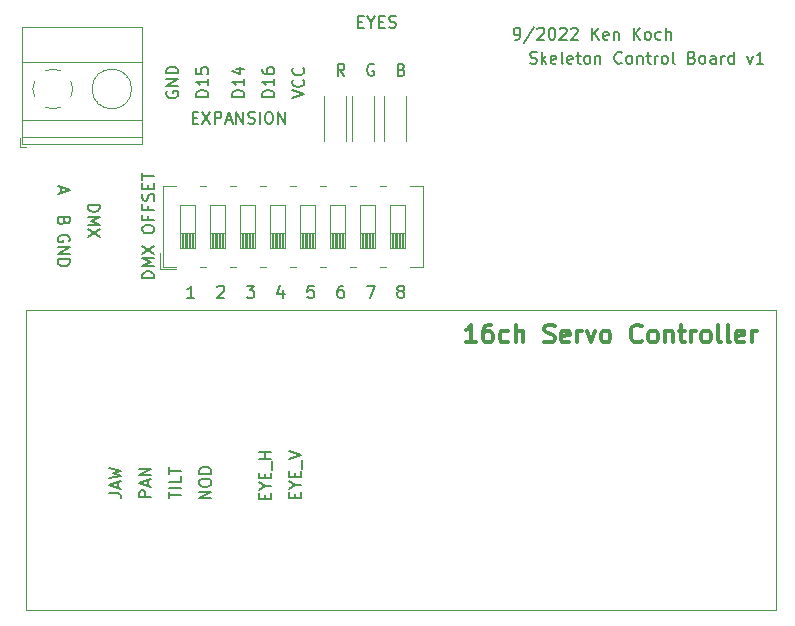
<source format=gbr>
%TF.GenerationSoftware,KiCad,Pcbnew,6.0.2+dfsg-1*%
%TF.CreationDate,2022-09-06T17:18:22-04:00*%
%TF.ProjectId,main-skulls,6d61696e-2d73-46b7-956c-6c732e6b6963,rev?*%
%TF.SameCoordinates,Original*%
%TF.FileFunction,Legend,Top*%
%TF.FilePolarity,Positive*%
%FSLAX46Y46*%
G04 Gerber Fmt 4.6, Leading zero omitted, Abs format (unit mm)*
G04 Created by KiCad (PCBNEW 6.0.2+dfsg-1) date 2022-09-06 17:18:22*
%MOMM*%
%LPD*%
G01*
G04 APERTURE LIST*
%ADD10C,0.150000*%
%ADD11C,0.300000*%
%ADD12C,0.120000*%
G04 APERTURE END LIST*
D10*
X119324380Y-96328952D02*
X118324380Y-96328952D01*
X118324380Y-96090857D01*
X118372000Y-95948000D01*
X118467238Y-95852761D01*
X118562476Y-95805142D01*
X118752952Y-95757523D01*
X118895809Y-95757523D01*
X119086285Y-95805142D01*
X119181523Y-95852761D01*
X119276761Y-95948000D01*
X119324380Y-96090857D01*
X119324380Y-96328952D01*
X119324380Y-95328952D02*
X118324380Y-95328952D01*
X119038666Y-94995619D01*
X118324380Y-94662285D01*
X119324380Y-94662285D01*
X118324380Y-94281333D02*
X119324380Y-93614666D01*
X118324380Y-93614666D02*
X119324380Y-94281333D01*
X118324380Y-92281333D02*
X118324380Y-92090857D01*
X118372000Y-91995619D01*
X118467238Y-91900380D01*
X118657714Y-91852761D01*
X118991047Y-91852761D01*
X119181523Y-91900380D01*
X119276761Y-91995619D01*
X119324380Y-92090857D01*
X119324380Y-92281333D01*
X119276761Y-92376571D01*
X119181523Y-92471809D01*
X118991047Y-92519428D01*
X118657714Y-92519428D01*
X118467238Y-92471809D01*
X118372000Y-92376571D01*
X118324380Y-92281333D01*
X118800571Y-91090857D02*
X118800571Y-91424190D01*
X119324380Y-91424190D02*
X118324380Y-91424190D01*
X118324380Y-90948000D01*
X118800571Y-90233714D02*
X118800571Y-90567047D01*
X119324380Y-90567047D02*
X118324380Y-90567047D01*
X118324380Y-90090857D01*
X119276761Y-89757523D02*
X119324380Y-89614666D01*
X119324380Y-89376571D01*
X119276761Y-89281333D01*
X119229142Y-89233714D01*
X119133904Y-89186095D01*
X119038666Y-89186095D01*
X118943428Y-89233714D01*
X118895809Y-89281333D01*
X118848190Y-89376571D01*
X118800571Y-89567047D01*
X118752952Y-89662285D01*
X118705333Y-89709904D01*
X118610095Y-89757523D01*
X118514857Y-89757523D01*
X118419619Y-89709904D01*
X118372000Y-89662285D01*
X118324380Y-89567047D01*
X118324380Y-89328952D01*
X118372000Y-89186095D01*
X118800571Y-88757523D02*
X118800571Y-88424190D01*
X119324380Y-88281333D02*
X119324380Y-88757523D01*
X118324380Y-88757523D01*
X118324380Y-88281333D01*
X118324380Y-87995619D02*
X118324380Y-87424190D01*
X119324380Y-87709904D02*
X118324380Y-87709904D01*
X149868761Y-76144380D02*
X150059238Y-76144380D01*
X150154476Y-76096761D01*
X150202095Y-76049142D01*
X150297333Y-75906285D01*
X150344952Y-75715809D01*
X150344952Y-75334857D01*
X150297333Y-75239619D01*
X150249714Y-75192000D01*
X150154476Y-75144380D01*
X149964000Y-75144380D01*
X149868761Y-75192000D01*
X149821142Y-75239619D01*
X149773523Y-75334857D01*
X149773523Y-75572952D01*
X149821142Y-75668190D01*
X149868761Y-75715809D01*
X149964000Y-75763428D01*
X150154476Y-75763428D01*
X150249714Y-75715809D01*
X150297333Y-75668190D01*
X150344952Y-75572952D01*
X151487809Y-75096761D02*
X150630666Y-76382476D01*
X151773523Y-75239619D02*
X151821142Y-75192000D01*
X151916380Y-75144380D01*
X152154476Y-75144380D01*
X152249714Y-75192000D01*
X152297333Y-75239619D01*
X152344952Y-75334857D01*
X152344952Y-75430095D01*
X152297333Y-75572952D01*
X151725904Y-76144380D01*
X152344952Y-76144380D01*
X152964000Y-75144380D02*
X153059238Y-75144380D01*
X153154476Y-75192000D01*
X153202095Y-75239619D01*
X153249714Y-75334857D01*
X153297333Y-75525333D01*
X153297333Y-75763428D01*
X153249714Y-75953904D01*
X153202095Y-76049142D01*
X153154476Y-76096761D01*
X153059238Y-76144380D01*
X152964000Y-76144380D01*
X152868761Y-76096761D01*
X152821142Y-76049142D01*
X152773523Y-75953904D01*
X152725904Y-75763428D01*
X152725904Y-75525333D01*
X152773523Y-75334857D01*
X152821142Y-75239619D01*
X152868761Y-75192000D01*
X152964000Y-75144380D01*
X153678285Y-75239619D02*
X153725904Y-75192000D01*
X153821142Y-75144380D01*
X154059238Y-75144380D01*
X154154476Y-75192000D01*
X154202095Y-75239619D01*
X154249714Y-75334857D01*
X154249714Y-75430095D01*
X154202095Y-75572952D01*
X153630666Y-76144380D01*
X154249714Y-76144380D01*
X154630666Y-75239619D02*
X154678285Y-75192000D01*
X154773523Y-75144380D01*
X155011619Y-75144380D01*
X155106857Y-75192000D01*
X155154476Y-75239619D01*
X155202095Y-75334857D01*
X155202095Y-75430095D01*
X155154476Y-75572952D01*
X154583047Y-76144380D01*
X155202095Y-76144380D01*
X156392571Y-76144380D02*
X156392571Y-75144380D01*
X156964000Y-76144380D02*
X156535428Y-75572952D01*
X156964000Y-75144380D02*
X156392571Y-75715809D01*
X157773523Y-76096761D02*
X157678285Y-76144380D01*
X157487809Y-76144380D01*
X157392571Y-76096761D01*
X157344952Y-76001523D01*
X157344952Y-75620571D01*
X157392571Y-75525333D01*
X157487809Y-75477714D01*
X157678285Y-75477714D01*
X157773523Y-75525333D01*
X157821142Y-75620571D01*
X157821142Y-75715809D01*
X157344952Y-75811047D01*
X158249714Y-75477714D02*
X158249714Y-76144380D01*
X158249714Y-75572952D02*
X158297333Y-75525333D01*
X158392571Y-75477714D01*
X158535428Y-75477714D01*
X158630666Y-75525333D01*
X158678285Y-75620571D01*
X158678285Y-76144380D01*
X159916380Y-76144380D02*
X159916380Y-75144380D01*
X160487809Y-76144380D02*
X160059238Y-75572952D01*
X160487809Y-75144380D02*
X159916380Y-75715809D01*
X161059238Y-76144380D02*
X160964000Y-76096761D01*
X160916380Y-76049142D01*
X160868761Y-75953904D01*
X160868761Y-75668190D01*
X160916380Y-75572952D01*
X160964000Y-75525333D01*
X161059238Y-75477714D01*
X161202095Y-75477714D01*
X161297333Y-75525333D01*
X161344952Y-75572952D01*
X161392571Y-75668190D01*
X161392571Y-75953904D01*
X161344952Y-76049142D01*
X161297333Y-76096761D01*
X161202095Y-76144380D01*
X161059238Y-76144380D01*
X162249714Y-76096761D02*
X162154476Y-76144380D01*
X161964000Y-76144380D01*
X161868761Y-76096761D01*
X161821142Y-76049142D01*
X161773523Y-75953904D01*
X161773523Y-75668190D01*
X161821142Y-75572952D01*
X161868761Y-75525333D01*
X161964000Y-75477714D01*
X162154476Y-75477714D01*
X162249714Y-75525333D01*
X162678285Y-76144380D02*
X162678285Y-75144380D01*
X163106857Y-76144380D02*
X163106857Y-75620571D01*
X163059238Y-75525333D01*
X162964000Y-75477714D01*
X162821142Y-75477714D01*
X162725904Y-75525333D01*
X162678285Y-75572952D01*
X151155047Y-78128761D02*
X151297904Y-78176380D01*
X151536000Y-78176380D01*
X151631238Y-78128761D01*
X151678857Y-78081142D01*
X151726476Y-77985904D01*
X151726476Y-77890666D01*
X151678857Y-77795428D01*
X151631238Y-77747809D01*
X151536000Y-77700190D01*
X151345523Y-77652571D01*
X151250285Y-77604952D01*
X151202666Y-77557333D01*
X151155047Y-77462095D01*
X151155047Y-77366857D01*
X151202666Y-77271619D01*
X151250285Y-77224000D01*
X151345523Y-77176380D01*
X151583619Y-77176380D01*
X151726476Y-77224000D01*
X152155047Y-78176380D02*
X152155047Y-77176380D01*
X152250285Y-77795428D02*
X152536000Y-78176380D01*
X152536000Y-77509714D02*
X152155047Y-77890666D01*
X153345523Y-78128761D02*
X153250285Y-78176380D01*
X153059809Y-78176380D01*
X152964571Y-78128761D01*
X152916952Y-78033523D01*
X152916952Y-77652571D01*
X152964571Y-77557333D01*
X153059809Y-77509714D01*
X153250285Y-77509714D01*
X153345523Y-77557333D01*
X153393142Y-77652571D01*
X153393142Y-77747809D01*
X152916952Y-77843047D01*
X153964571Y-78176380D02*
X153869333Y-78128761D01*
X153821714Y-78033523D01*
X153821714Y-77176380D01*
X154726476Y-78128761D02*
X154631238Y-78176380D01*
X154440761Y-78176380D01*
X154345523Y-78128761D01*
X154297904Y-78033523D01*
X154297904Y-77652571D01*
X154345523Y-77557333D01*
X154440761Y-77509714D01*
X154631238Y-77509714D01*
X154726476Y-77557333D01*
X154774095Y-77652571D01*
X154774095Y-77747809D01*
X154297904Y-77843047D01*
X155059809Y-77509714D02*
X155440761Y-77509714D01*
X155202666Y-77176380D02*
X155202666Y-78033523D01*
X155250285Y-78128761D01*
X155345523Y-78176380D01*
X155440761Y-78176380D01*
X155916952Y-78176380D02*
X155821714Y-78128761D01*
X155774095Y-78081142D01*
X155726476Y-77985904D01*
X155726476Y-77700190D01*
X155774095Y-77604952D01*
X155821714Y-77557333D01*
X155916952Y-77509714D01*
X156059809Y-77509714D01*
X156155047Y-77557333D01*
X156202666Y-77604952D01*
X156250285Y-77700190D01*
X156250285Y-77985904D01*
X156202666Y-78081142D01*
X156155047Y-78128761D01*
X156059809Y-78176380D01*
X155916952Y-78176380D01*
X156678857Y-77509714D02*
X156678857Y-78176380D01*
X156678857Y-77604952D02*
X156726476Y-77557333D01*
X156821714Y-77509714D01*
X156964571Y-77509714D01*
X157059809Y-77557333D01*
X157107428Y-77652571D01*
X157107428Y-78176380D01*
X158916952Y-78081142D02*
X158869333Y-78128761D01*
X158726476Y-78176380D01*
X158631238Y-78176380D01*
X158488380Y-78128761D01*
X158393142Y-78033523D01*
X158345523Y-77938285D01*
X158297904Y-77747809D01*
X158297904Y-77604952D01*
X158345523Y-77414476D01*
X158393142Y-77319238D01*
X158488380Y-77224000D01*
X158631238Y-77176380D01*
X158726476Y-77176380D01*
X158869333Y-77224000D01*
X158916952Y-77271619D01*
X159488380Y-78176380D02*
X159393142Y-78128761D01*
X159345523Y-78081142D01*
X159297904Y-77985904D01*
X159297904Y-77700190D01*
X159345523Y-77604952D01*
X159393142Y-77557333D01*
X159488380Y-77509714D01*
X159631238Y-77509714D01*
X159726476Y-77557333D01*
X159774095Y-77604952D01*
X159821714Y-77700190D01*
X159821714Y-77985904D01*
X159774095Y-78081142D01*
X159726476Y-78128761D01*
X159631238Y-78176380D01*
X159488380Y-78176380D01*
X160250285Y-77509714D02*
X160250285Y-78176380D01*
X160250285Y-77604952D02*
X160297904Y-77557333D01*
X160393142Y-77509714D01*
X160536000Y-77509714D01*
X160631238Y-77557333D01*
X160678857Y-77652571D01*
X160678857Y-78176380D01*
X161012190Y-77509714D02*
X161393142Y-77509714D01*
X161155047Y-77176380D02*
X161155047Y-78033523D01*
X161202666Y-78128761D01*
X161297904Y-78176380D01*
X161393142Y-78176380D01*
X161726476Y-78176380D02*
X161726476Y-77509714D01*
X161726476Y-77700190D02*
X161774095Y-77604952D01*
X161821714Y-77557333D01*
X161916952Y-77509714D01*
X162012190Y-77509714D01*
X162488380Y-78176380D02*
X162393142Y-78128761D01*
X162345523Y-78081142D01*
X162297904Y-77985904D01*
X162297904Y-77700190D01*
X162345523Y-77604952D01*
X162393142Y-77557333D01*
X162488380Y-77509714D01*
X162631238Y-77509714D01*
X162726476Y-77557333D01*
X162774095Y-77604952D01*
X162821714Y-77700190D01*
X162821714Y-77985904D01*
X162774095Y-78081142D01*
X162726476Y-78128761D01*
X162631238Y-78176380D01*
X162488380Y-78176380D01*
X163393142Y-78176380D02*
X163297904Y-78128761D01*
X163250285Y-78033523D01*
X163250285Y-77176380D01*
X164869333Y-77652571D02*
X165012190Y-77700190D01*
X165059809Y-77747809D01*
X165107428Y-77843047D01*
X165107428Y-77985904D01*
X165059809Y-78081142D01*
X165012190Y-78128761D01*
X164916952Y-78176380D01*
X164536000Y-78176380D01*
X164536000Y-77176380D01*
X164869333Y-77176380D01*
X164964571Y-77224000D01*
X165012190Y-77271619D01*
X165059809Y-77366857D01*
X165059809Y-77462095D01*
X165012190Y-77557333D01*
X164964571Y-77604952D01*
X164869333Y-77652571D01*
X164536000Y-77652571D01*
X165678857Y-78176380D02*
X165583619Y-78128761D01*
X165536000Y-78081142D01*
X165488380Y-77985904D01*
X165488380Y-77700190D01*
X165536000Y-77604952D01*
X165583619Y-77557333D01*
X165678857Y-77509714D01*
X165821714Y-77509714D01*
X165916952Y-77557333D01*
X165964571Y-77604952D01*
X166012190Y-77700190D01*
X166012190Y-77985904D01*
X165964571Y-78081142D01*
X165916952Y-78128761D01*
X165821714Y-78176380D01*
X165678857Y-78176380D01*
X166869333Y-78176380D02*
X166869333Y-77652571D01*
X166821714Y-77557333D01*
X166726476Y-77509714D01*
X166536000Y-77509714D01*
X166440761Y-77557333D01*
X166869333Y-78128761D02*
X166774095Y-78176380D01*
X166536000Y-78176380D01*
X166440761Y-78128761D01*
X166393142Y-78033523D01*
X166393142Y-77938285D01*
X166440761Y-77843047D01*
X166536000Y-77795428D01*
X166774095Y-77795428D01*
X166869333Y-77747809D01*
X167345523Y-78176380D02*
X167345523Y-77509714D01*
X167345523Y-77700190D02*
X167393142Y-77604952D01*
X167440761Y-77557333D01*
X167536000Y-77509714D01*
X167631238Y-77509714D01*
X168393142Y-78176380D02*
X168393142Y-77176380D01*
X168393142Y-78128761D02*
X168297904Y-78176380D01*
X168107428Y-78176380D01*
X168012190Y-78128761D01*
X167964571Y-78081142D01*
X167916952Y-77985904D01*
X167916952Y-77700190D01*
X167964571Y-77604952D01*
X168012190Y-77557333D01*
X168107428Y-77509714D01*
X168297904Y-77509714D01*
X168393142Y-77557333D01*
X169536000Y-77509714D02*
X169774095Y-78176380D01*
X170012190Y-77509714D01*
X170916952Y-78176380D02*
X170345523Y-78176380D01*
X170631238Y-78176380D02*
X170631238Y-77176380D01*
X170536000Y-77319238D01*
X170440761Y-77414476D01*
X170345523Y-77462095D01*
D11*
X146595142Y-101770571D02*
X145738000Y-101770571D01*
X146166571Y-101770571D02*
X146166571Y-100270571D01*
X146023714Y-100484857D01*
X145880857Y-100627714D01*
X145738000Y-100699142D01*
X147880857Y-100270571D02*
X147595142Y-100270571D01*
X147452285Y-100342000D01*
X147380857Y-100413428D01*
X147238000Y-100627714D01*
X147166571Y-100913428D01*
X147166571Y-101484857D01*
X147238000Y-101627714D01*
X147309428Y-101699142D01*
X147452285Y-101770571D01*
X147738000Y-101770571D01*
X147880857Y-101699142D01*
X147952285Y-101627714D01*
X148023714Y-101484857D01*
X148023714Y-101127714D01*
X147952285Y-100984857D01*
X147880857Y-100913428D01*
X147738000Y-100842000D01*
X147452285Y-100842000D01*
X147309428Y-100913428D01*
X147238000Y-100984857D01*
X147166571Y-101127714D01*
X149309428Y-101699142D02*
X149166571Y-101770571D01*
X148880857Y-101770571D01*
X148738000Y-101699142D01*
X148666571Y-101627714D01*
X148595142Y-101484857D01*
X148595142Y-101056285D01*
X148666571Y-100913428D01*
X148738000Y-100842000D01*
X148880857Y-100770571D01*
X149166571Y-100770571D01*
X149309428Y-100842000D01*
X149952285Y-101770571D02*
X149952285Y-100270571D01*
X150595142Y-101770571D02*
X150595142Y-100984857D01*
X150523714Y-100842000D01*
X150380857Y-100770571D01*
X150166571Y-100770571D01*
X150023714Y-100842000D01*
X149952285Y-100913428D01*
X152380857Y-101699142D02*
X152595142Y-101770571D01*
X152952285Y-101770571D01*
X153095142Y-101699142D01*
X153166571Y-101627714D01*
X153238000Y-101484857D01*
X153238000Y-101342000D01*
X153166571Y-101199142D01*
X153095142Y-101127714D01*
X152952285Y-101056285D01*
X152666571Y-100984857D01*
X152523714Y-100913428D01*
X152452285Y-100842000D01*
X152380857Y-100699142D01*
X152380857Y-100556285D01*
X152452285Y-100413428D01*
X152523714Y-100342000D01*
X152666571Y-100270571D01*
X153023714Y-100270571D01*
X153238000Y-100342000D01*
X154452285Y-101699142D02*
X154309428Y-101770571D01*
X154023714Y-101770571D01*
X153880857Y-101699142D01*
X153809428Y-101556285D01*
X153809428Y-100984857D01*
X153880857Y-100842000D01*
X154023714Y-100770571D01*
X154309428Y-100770571D01*
X154452285Y-100842000D01*
X154523714Y-100984857D01*
X154523714Y-101127714D01*
X153809428Y-101270571D01*
X155166571Y-101770571D02*
X155166571Y-100770571D01*
X155166571Y-101056285D02*
X155238000Y-100913428D01*
X155309428Y-100842000D01*
X155452285Y-100770571D01*
X155595142Y-100770571D01*
X155952285Y-100770571D02*
X156309428Y-101770571D01*
X156666571Y-100770571D01*
X157452285Y-101770571D02*
X157309428Y-101699142D01*
X157238000Y-101627714D01*
X157166571Y-101484857D01*
X157166571Y-101056285D01*
X157238000Y-100913428D01*
X157309428Y-100842000D01*
X157452285Y-100770571D01*
X157666571Y-100770571D01*
X157809428Y-100842000D01*
X157880857Y-100913428D01*
X157952285Y-101056285D01*
X157952285Y-101484857D01*
X157880857Y-101627714D01*
X157809428Y-101699142D01*
X157666571Y-101770571D01*
X157452285Y-101770571D01*
X160595142Y-101627714D02*
X160523714Y-101699142D01*
X160309428Y-101770571D01*
X160166571Y-101770571D01*
X159952285Y-101699142D01*
X159809428Y-101556285D01*
X159738000Y-101413428D01*
X159666571Y-101127714D01*
X159666571Y-100913428D01*
X159738000Y-100627714D01*
X159809428Y-100484857D01*
X159952285Y-100342000D01*
X160166571Y-100270571D01*
X160309428Y-100270571D01*
X160523714Y-100342000D01*
X160595142Y-100413428D01*
X161452285Y-101770571D02*
X161309428Y-101699142D01*
X161238000Y-101627714D01*
X161166571Y-101484857D01*
X161166571Y-101056285D01*
X161238000Y-100913428D01*
X161309428Y-100842000D01*
X161452285Y-100770571D01*
X161666571Y-100770571D01*
X161809428Y-100842000D01*
X161880857Y-100913428D01*
X161952285Y-101056285D01*
X161952285Y-101484857D01*
X161880857Y-101627714D01*
X161809428Y-101699142D01*
X161666571Y-101770571D01*
X161452285Y-101770571D01*
X162595142Y-100770571D02*
X162595142Y-101770571D01*
X162595142Y-100913428D02*
X162666571Y-100842000D01*
X162809428Y-100770571D01*
X163023714Y-100770571D01*
X163166571Y-100842000D01*
X163238000Y-100984857D01*
X163238000Y-101770571D01*
X163738000Y-100770571D02*
X164309428Y-100770571D01*
X163952285Y-100270571D02*
X163952285Y-101556285D01*
X164023714Y-101699142D01*
X164166571Y-101770571D01*
X164309428Y-101770571D01*
X164809428Y-101770571D02*
X164809428Y-100770571D01*
X164809428Y-101056285D02*
X164880857Y-100913428D01*
X164952285Y-100842000D01*
X165095142Y-100770571D01*
X165238000Y-100770571D01*
X165952285Y-101770571D02*
X165809428Y-101699142D01*
X165738000Y-101627714D01*
X165666571Y-101484857D01*
X165666571Y-101056285D01*
X165738000Y-100913428D01*
X165809428Y-100842000D01*
X165952285Y-100770571D01*
X166166571Y-100770571D01*
X166309428Y-100842000D01*
X166380857Y-100913428D01*
X166452285Y-101056285D01*
X166452285Y-101484857D01*
X166380857Y-101627714D01*
X166309428Y-101699142D01*
X166166571Y-101770571D01*
X165952285Y-101770571D01*
X167309428Y-101770571D02*
X167166571Y-101699142D01*
X167095142Y-101556285D01*
X167095142Y-100270571D01*
X168095142Y-101770571D02*
X167952285Y-101699142D01*
X167880857Y-101556285D01*
X167880857Y-100270571D01*
X169238000Y-101699142D02*
X169095142Y-101770571D01*
X168809428Y-101770571D01*
X168666571Y-101699142D01*
X168595142Y-101556285D01*
X168595142Y-100984857D01*
X168666571Y-100842000D01*
X168809428Y-100770571D01*
X169095142Y-100770571D01*
X169238000Y-100842000D01*
X169309428Y-100984857D01*
X169309428Y-101127714D01*
X168595142Y-101270571D01*
X169952285Y-101770571D02*
X169952285Y-100770571D01*
X169952285Y-101056285D02*
X170023714Y-100913428D01*
X170095142Y-100842000D01*
X170238000Y-100770571D01*
X170380857Y-100770571D01*
D10*
X131024380Y-81089333D02*
X132024380Y-80756000D01*
X131024380Y-80422666D01*
X131929142Y-79517904D02*
X131976761Y-79565523D01*
X132024380Y-79708380D01*
X132024380Y-79803619D01*
X131976761Y-79946476D01*
X131881523Y-80041714D01*
X131786285Y-80089333D01*
X131595809Y-80136952D01*
X131452952Y-80136952D01*
X131262476Y-80089333D01*
X131167238Y-80041714D01*
X131072000Y-79946476D01*
X131024380Y-79803619D01*
X131024380Y-79708380D01*
X131072000Y-79565523D01*
X131119619Y-79517904D01*
X131929142Y-78517904D02*
X131976761Y-78565523D01*
X132024380Y-78708380D01*
X132024380Y-78803619D01*
X131976761Y-78946476D01*
X131881523Y-79041714D01*
X131786285Y-79089333D01*
X131595809Y-79136952D01*
X131452952Y-79136952D01*
X131262476Y-79089333D01*
X131167238Y-79041714D01*
X131072000Y-78946476D01*
X131024380Y-78803619D01*
X131024380Y-78708380D01*
X131072000Y-78565523D01*
X131119619Y-78517904D01*
X129484380Y-80970285D02*
X128484380Y-80970285D01*
X128484380Y-80732190D01*
X128532000Y-80589333D01*
X128627238Y-80494095D01*
X128722476Y-80446476D01*
X128912952Y-80398857D01*
X129055809Y-80398857D01*
X129246285Y-80446476D01*
X129341523Y-80494095D01*
X129436761Y-80589333D01*
X129484380Y-80732190D01*
X129484380Y-80970285D01*
X129484380Y-79446476D02*
X129484380Y-80017904D01*
X129484380Y-79732190D02*
X128484380Y-79732190D01*
X128627238Y-79827428D01*
X128722476Y-79922666D01*
X128770095Y-80017904D01*
X128484380Y-78589333D02*
X128484380Y-78779809D01*
X128532000Y-78875047D01*
X128579619Y-78922666D01*
X128722476Y-79017904D01*
X128912952Y-79065523D01*
X129293904Y-79065523D01*
X129389142Y-79017904D01*
X129436761Y-78970285D01*
X129484380Y-78875047D01*
X129484380Y-78684571D01*
X129436761Y-78589333D01*
X129389142Y-78541714D01*
X129293904Y-78494095D01*
X129055809Y-78494095D01*
X128960571Y-78541714D01*
X128912952Y-78589333D01*
X128865333Y-78684571D01*
X128865333Y-78875047D01*
X128912952Y-78970285D01*
X128960571Y-79017904D01*
X129055809Y-79065523D01*
X126944380Y-80970285D02*
X125944380Y-80970285D01*
X125944380Y-80732190D01*
X125992000Y-80589333D01*
X126087238Y-80494095D01*
X126182476Y-80446476D01*
X126372952Y-80398857D01*
X126515809Y-80398857D01*
X126706285Y-80446476D01*
X126801523Y-80494095D01*
X126896761Y-80589333D01*
X126944380Y-80732190D01*
X126944380Y-80970285D01*
X126944380Y-79446476D02*
X126944380Y-80017904D01*
X126944380Y-79732190D02*
X125944380Y-79732190D01*
X126087238Y-79827428D01*
X126182476Y-79922666D01*
X126230095Y-80017904D01*
X126277714Y-78589333D02*
X126944380Y-78589333D01*
X125896761Y-78827428D02*
X126611047Y-79065523D01*
X126611047Y-78446476D01*
X123896380Y-80970285D02*
X122896380Y-80970285D01*
X122896380Y-80732190D01*
X122944000Y-80589333D01*
X123039238Y-80494095D01*
X123134476Y-80446476D01*
X123324952Y-80398857D01*
X123467809Y-80398857D01*
X123658285Y-80446476D01*
X123753523Y-80494095D01*
X123848761Y-80589333D01*
X123896380Y-80732190D01*
X123896380Y-80970285D01*
X123896380Y-79446476D02*
X123896380Y-80017904D01*
X123896380Y-79732190D02*
X122896380Y-79732190D01*
X123039238Y-79827428D01*
X123134476Y-79922666D01*
X123182095Y-80017904D01*
X122896380Y-78541714D02*
X122896380Y-79017904D01*
X123372571Y-79065523D01*
X123324952Y-79017904D01*
X123277333Y-78922666D01*
X123277333Y-78684571D01*
X123324952Y-78589333D01*
X123372571Y-78541714D01*
X123467809Y-78494095D01*
X123705904Y-78494095D01*
X123801142Y-78541714D01*
X123848761Y-78589333D01*
X123896380Y-78684571D01*
X123896380Y-78922666D01*
X123848761Y-79017904D01*
X123801142Y-79065523D01*
X120404000Y-80517904D02*
X120356380Y-80613142D01*
X120356380Y-80756000D01*
X120404000Y-80898857D01*
X120499238Y-80994095D01*
X120594476Y-81041714D01*
X120784952Y-81089333D01*
X120927809Y-81089333D01*
X121118285Y-81041714D01*
X121213523Y-80994095D01*
X121308761Y-80898857D01*
X121356380Y-80756000D01*
X121356380Y-80660761D01*
X121308761Y-80517904D01*
X121261142Y-80470285D01*
X120927809Y-80470285D01*
X120927809Y-80660761D01*
X121356380Y-80041714D02*
X120356380Y-80041714D01*
X121356380Y-79470285D01*
X120356380Y-79470285D01*
X121356380Y-78994095D02*
X120356380Y-78994095D01*
X120356380Y-78756000D01*
X120404000Y-78613142D01*
X120499238Y-78517904D01*
X120594476Y-78470285D01*
X120784952Y-78422666D01*
X120927809Y-78422666D01*
X121118285Y-78470285D01*
X121213523Y-78517904D01*
X121308761Y-78613142D01*
X121356380Y-78756000D01*
X121356380Y-78994095D01*
X122587238Y-82732571D02*
X122920571Y-82732571D01*
X123063428Y-83256380D02*
X122587238Y-83256380D01*
X122587238Y-82256380D01*
X123063428Y-82256380D01*
X123396761Y-82256380D02*
X124063428Y-83256380D01*
X124063428Y-82256380D02*
X123396761Y-83256380D01*
X124444380Y-83256380D02*
X124444380Y-82256380D01*
X124825333Y-82256380D01*
X124920571Y-82304000D01*
X124968190Y-82351619D01*
X125015809Y-82446857D01*
X125015809Y-82589714D01*
X124968190Y-82684952D01*
X124920571Y-82732571D01*
X124825333Y-82780190D01*
X124444380Y-82780190D01*
X125396761Y-82970666D02*
X125872952Y-82970666D01*
X125301523Y-83256380D02*
X125634857Y-82256380D01*
X125968190Y-83256380D01*
X126301523Y-83256380D02*
X126301523Y-82256380D01*
X126872952Y-83256380D01*
X126872952Y-82256380D01*
X127301523Y-83208761D02*
X127444380Y-83256380D01*
X127682476Y-83256380D01*
X127777714Y-83208761D01*
X127825333Y-83161142D01*
X127872952Y-83065904D01*
X127872952Y-82970666D01*
X127825333Y-82875428D01*
X127777714Y-82827809D01*
X127682476Y-82780190D01*
X127492000Y-82732571D01*
X127396761Y-82684952D01*
X127349142Y-82637333D01*
X127301523Y-82542095D01*
X127301523Y-82446857D01*
X127349142Y-82351619D01*
X127396761Y-82304000D01*
X127492000Y-82256380D01*
X127730095Y-82256380D01*
X127872952Y-82304000D01*
X128301523Y-83256380D02*
X128301523Y-82256380D01*
X128968190Y-82256380D02*
X129158666Y-82256380D01*
X129253904Y-82304000D01*
X129349142Y-82399238D01*
X129396761Y-82589714D01*
X129396761Y-82923047D01*
X129349142Y-83113523D01*
X129253904Y-83208761D01*
X129158666Y-83256380D01*
X128968190Y-83256380D01*
X128872952Y-83208761D01*
X128777714Y-83113523D01*
X128730095Y-82923047D01*
X128730095Y-82589714D01*
X128777714Y-82399238D01*
X128872952Y-82304000D01*
X128968190Y-82256380D01*
X129825333Y-83256380D02*
X129825333Y-82256380D01*
X130396761Y-83256380D01*
X130396761Y-82256380D01*
X140279428Y-78668571D02*
X140422285Y-78716190D01*
X140469904Y-78763809D01*
X140517523Y-78859047D01*
X140517523Y-79001904D01*
X140469904Y-79097142D01*
X140422285Y-79144761D01*
X140327047Y-79192380D01*
X139946095Y-79192380D01*
X139946095Y-78192380D01*
X140279428Y-78192380D01*
X140374666Y-78240000D01*
X140422285Y-78287619D01*
X140469904Y-78382857D01*
X140469904Y-78478095D01*
X140422285Y-78573333D01*
X140374666Y-78620952D01*
X140279428Y-78668571D01*
X139946095Y-78668571D01*
X137929904Y-78240000D02*
X137834666Y-78192380D01*
X137691809Y-78192380D01*
X137548952Y-78240000D01*
X137453714Y-78335238D01*
X137406095Y-78430476D01*
X137358476Y-78620952D01*
X137358476Y-78763809D01*
X137406095Y-78954285D01*
X137453714Y-79049523D01*
X137548952Y-79144761D01*
X137691809Y-79192380D01*
X137787047Y-79192380D01*
X137929904Y-79144761D01*
X137977523Y-79097142D01*
X137977523Y-78763809D01*
X137787047Y-78763809D01*
X135437523Y-79192380D02*
X135104190Y-78716190D01*
X134866095Y-79192380D02*
X134866095Y-78192380D01*
X135247047Y-78192380D01*
X135342285Y-78240000D01*
X135389904Y-78287619D01*
X135437523Y-78382857D01*
X135437523Y-78525714D01*
X135389904Y-78620952D01*
X135342285Y-78668571D01*
X135247047Y-78716190D01*
X134866095Y-78716190D01*
X136604571Y-74604571D02*
X136937904Y-74604571D01*
X137080761Y-75128380D02*
X136604571Y-75128380D01*
X136604571Y-74128380D01*
X137080761Y-74128380D01*
X137699809Y-74652190D02*
X137699809Y-75128380D01*
X137366476Y-74128380D02*
X137699809Y-74652190D01*
X138033142Y-74128380D01*
X138366476Y-74604571D02*
X138699809Y-74604571D01*
X138842666Y-75128380D02*
X138366476Y-75128380D01*
X138366476Y-74128380D01*
X138842666Y-74128380D01*
X139223619Y-75080761D02*
X139366476Y-75128380D01*
X139604571Y-75128380D01*
X139699809Y-75080761D01*
X139747428Y-75033142D01*
X139795047Y-74937904D01*
X139795047Y-74842666D01*
X139747428Y-74747428D01*
X139699809Y-74699809D01*
X139604571Y-74652190D01*
X139414095Y-74604571D01*
X139318857Y-74556952D01*
X139271238Y-74509333D01*
X139223619Y-74414095D01*
X139223619Y-74318857D01*
X139271238Y-74223619D01*
X139318857Y-74176000D01*
X139414095Y-74128380D01*
X139652190Y-74128380D01*
X139795047Y-74176000D01*
X140112761Y-97416952D02*
X140017523Y-97369333D01*
X139969904Y-97321714D01*
X139922285Y-97226476D01*
X139922285Y-97178857D01*
X139969904Y-97083619D01*
X140017523Y-97036000D01*
X140112761Y-96988380D01*
X140303238Y-96988380D01*
X140398476Y-97036000D01*
X140446095Y-97083619D01*
X140493714Y-97178857D01*
X140493714Y-97226476D01*
X140446095Y-97321714D01*
X140398476Y-97369333D01*
X140303238Y-97416952D01*
X140112761Y-97416952D01*
X140017523Y-97464571D01*
X139969904Y-97512190D01*
X139922285Y-97607428D01*
X139922285Y-97797904D01*
X139969904Y-97893142D01*
X140017523Y-97940761D01*
X140112761Y-97988380D01*
X140303238Y-97988380D01*
X140398476Y-97940761D01*
X140446095Y-97893142D01*
X140493714Y-97797904D01*
X140493714Y-97607428D01*
X140446095Y-97512190D01*
X140398476Y-97464571D01*
X140303238Y-97416952D01*
X137334666Y-96988380D02*
X138001333Y-96988380D01*
X137572761Y-97988380D01*
X135318476Y-96988380D02*
X135128000Y-96988380D01*
X135032761Y-97036000D01*
X134985142Y-97083619D01*
X134889904Y-97226476D01*
X134842285Y-97416952D01*
X134842285Y-97797904D01*
X134889904Y-97893142D01*
X134937523Y-97940761D01*
X135032761Y-97988380D01*
X135223238Y-97988380D01*
X135318476Y-97940761D01*
X135366095Y-97893142D01*
X135413714Y-97797904D01*
X135413714Y-97559809D01*
X135366095Y-97464571D01*
X135318476Y-97416952D01*
X135223238Y-97369333D01*
X135032761Y-97369333D01*
X134937523Y-97416952D01*
X134889904Y-97464571D01*
X134842285Y-97559809D01*
X132826095Y-96988380D02*
X132349904Y-96988380D01*
X132302285Y-97464571D01*
X132349904Y-97416952D01*
X132445142Y-97369333D01*
X132683238Y-97369333D01*
X132778476Y-97416952D01*
X132826095Y-97464571D01*
X132873714Y-97559809D01*
X132873714Y-97797904D01*
X132826095Y-97893142D01*
X132778476Y-97940761D01*
X132683238Y-97988380D01*
X132445142Y-97988380D01*
X132349904Y-97940761D01*
X132302285Y-97893142D01*
X130238476Y-97321714D02*
X130238476Y-97988380D01*
X130000380Y-96940761D02*
X129762285Y-97655047D01*
X130381333Y-97655047D01*
X127174666Y-96988380D02*
X127793714Y-96988380D01*
X127460380Y-97369333D01*
X127603238Y-97369333D01*
X127698476Y-97416952D01*
X127746095Y-97464571D01*
X127793714Y-97559809D01*
X127793714Y-97797904D01*
X127746095Y-97893142D01*
X127698476Y-97940761D01*
X127603238Y-97988380D01*
X127317523Y-97988380D01*
X127222285Y-97940761D01*
X127174666Y-97893142D01*
X124682285Y-97083619D02*
X124729904Y-97036000D01*
X124825142Y-96988380D01*
X125063238Y-96988380D01*
X125158476Y-97036000D01*
X125206095Y-97083619D01*
X125253714Y-97178857D01*
X125253714Y-97274095D01*
X125206095Y-97416952D01*
X124634666Y-97988380D01*
X125253714Y-97988380D01*
X122713714Y-97988380D02*
X122142285Y-97988380D01*
X122428000Y-97988380D02*
X122428000Y-96988380D01*
X122332761Y-97131238D01*
X122237523Y-97226476D01*
X122142285Y-97274095D01*
X131246571Y-114934761D02*
X131246571Y-114601428D01*
X131770380Y-114458571D02*
X131770380Y-114934761D01*
X130770380Y-114934761D01*
X130770380Y-114458571D01*
X131294190Y-113839523D02*
X131770380Y-113839523D01*
X130770380Y-114172857D02*
X131294190Y-113839523D01*
X130770380Y-113506190D01*
X131246571Y-113172857D02*
X131246571Y-112839523D01*
X131770380Y-112696666D02*
X131770380Y-113172857D01*
X130770380Y-113172857D01*
X130770380Y-112696666D01*
X131865619Y-112506190D02*
X131865619Y-111744285D01*
X130770380Y-111649047D02*
X131770380Y-111315714D01*
X130770380Y-110982380D01*
X128706571Y-115030000D02*
X128706571Y-114696666D01*
X129230380Y-114553809D02*
X129230380Y-115030000D01*
X128230380Y-115030000D01*
X128230380Y-114553809D01*
X128754190Y-113934761D02*
X129230380Y-113934761D01*
X128230380Y-114268095D02*
X128754190Y-113934761D01*
X128230380Y-113601428D01*
X128706571Y-113268095D02*
X128706571Y-112934761D01*
X129230380Y-112791904D02*
X129230380Y-113268095D01*
X128230380Y-113268095D01*
X128230380Y-112791904D01*
X129325619Y-112601428D02*
X129325619Y-111839523D01*
X129230380Y-111601428D02*
X128230380Y-111601428D01*
X128706571Y-111601428D02*
X128706571Y-111030000D01*
X129230380Y-111030000D02*
X128230380Y-111030000D01*
X124150380Y-114974523D02*
X123150380Y-114974523D01*
X124150380Y-114403095D01*
X123150380Y-114403095D01*
X123150380Y-113736428D02*
X123150380Y-113545952D01*
X123198000Y-113450714D01*
X123293238Y-113355476D01*
X123483714Y-113307857D01*
X123817047Y-113307857D01*
X124007523Y-113355476D01*
X124102761Y-113450714D01*
X124150380Y-113545952D01*
X124150380Y-113736428D01*
X124102761Y-113831666D01*
X124007523Y-113926904D01*
X123817047Y-113974523D01*
X123483714Y-113974523D01*
X123293238Y-113926904D01*
X123198000Y-113831666D01*
X123150380Y-113736428D01*
X124150380Y-112879285D02*
X123150380Y-112879285D01*
X123150380Y-112641190D01*
X123198000Y-112498333D01*
X123293238Y-112403095D01*
X123388476Y-112355476D01*
X123578952Y-112307857D01*
X123721809Y-112307857D01*
X123912285Y-112355476D01*
X124007523Y-112403095D01*
X124102761Y-112498333D01*
X124150380Y-112641190D01*
X124150380Y-112879285D01*
X120610380Y-114974523D02*
X120610380Y-114403095D01*
X121610380Y-114688809D02*
X120610380Y-114688809D01*
X121610380Y-114069761D02*
X120610380Y-114069761D01*
X121610380Y-113117380D02*
X121610380Y-113593571D01*
X120610380Y-113593571D01*
X120610380Y-112926904D02*
X120610380Y-112355476D01*
X121610380Y-112641190D02*
X120610380Y-112641190D01*
X119070380Y-114879285D02*
X118070380Y-114879285D01*
X118070380Y-114498333D01*
X118118000Y-114403095D01*
X118165619Y-114355476D01*
X118260857Y-114307857D01*
X118403714Y-114307857D01*
X118498952Y-114355476D01*
X118546571Y-114403095D01*
X118594190Y-114498333D01*
X118594190Y-114879285D01*
X118784666Y-113926904D02*
X118784666Y-113450714D01*
X119070380Y-114022142D02*
X118070380Y-113688809D01*
X119070380Y-113355476D01*
X119070380Y-113022142D02*
X118070380Y-113022142D01*
X119070380Y-112450714D01*
X118070380Y-112450714D01*
X115530380Y-114522142D02*
X116244666Y-114522142D01*
X116387523Y-114569761D01*
X116482761Y-114665000D01*
X116530380Y-114807857D01*
X116530380Y-114903095D01*
X116244666Y-114093571D02*
X116244666Y-113617380D01*
X116530380Y-114188809D02*
X115530380Y-113855476D01*
X116530380Y-113522142D01*
X115530380Y-113284047D02*
X116530380Y-113045952D01*
X115816095Y-112855476D01*
X116530380Y-112665000D01*
X115530380Y-112426904D01*
X111704428Y-91511428D02*
X111656809Y-91654285D01*
X111609190Y-91701904D01*
X111513952Y-91749523D01*
X111371095Y-91749523D01*
X111275857Y-91701904D01*
X111228238Y-91654285D01*
X111180619Y-91559047D01*
X111180619Y-91178095D01*
X112180619Y-91178095D01*
X112180619Y-91511428D01*
X112133000Y-91606666D01*
X112085380Y-91654285D01*
X111990142Y-91701904D01*
X111894904Y-91701904D01*
X111799666Y-91654285D01*
X111752047Y-91606666D01*
X111704428Y-91511428D01*
X111704428Y-91178095D01*
X111466333Y-88661904D02*
X111466333Y-89138095D01*
X111180619Y-88566666D02*
X112180619Y-88900000D01*
X111180619Y-89233333D01*
X112133000Y-93218095D02*
X112180619Y-93122857D01*
X112180619Y-92980000D01*
X112133000Y-92837142D01*
X112037761Y-92741904D01*
X111942523Y-92694285D01*
X111752047Y-92646666D01*
X111609190Y-92646666D01*
X111418714Y-92694285D01*
X111323476Y-92741904D01*
X111228238Y-92837142D01*
X111180619Y-92980000D01*
X111180619Y-93075238D01*
X111228238Y-93218095D01*
X111275857Y-93265714D01*
X111609190Y-93265714D01*
X111609190Y-93075238D01*
X111180619Y-93694285D02*
X112180619Y-93694285D01*
X111180619Y-94265714D01*
X112180619Y-94265714D01*
X111180619Y-94741904D02*
X112180619Y-94741904D01*
X112180619Y-94980000D01*
X112133000Y-95122857D01*
X112037761Y-95218095D01*
X111942523Y-95265714D01*
X111752047Y-95313333D01*
X111609190Y-95313333D01*
X111418714Y-95265714D01*
X111323476Y-95218095D01*
X111228238Y-95122857D01*
X111180619Y-94980000D01*
X111180619Y-94741904D01*
X113720619Y-90130476D02*
X114720619Y-90130476D01*
X114720619Y-90368571D01*
X114673000Y-90511428D01*
X114577761Y-90606666D01*
X114482523Y-90654285D01*
X114292047Y-90701904D01*
X114149190Y-90701904D01*
X113958714Y-90654285D01*
X113863476Y-90606666D01*
X113768238Y-90511428D01*
X113720619Y-90368571D01*
X113720619Y-90130476D01*
X113720619Y-91130476D02*
X114720619Y-91130476D01*
X114006333Y-91463809D01*
X114720619Y-91797142D01*
X113720619Y-91797142D01*
X114720619Y-92178095D02*
X113720619Y-92844761D01*
X114720619Y-92844761D02*
X113720619Y-92178095D01*
D12*
%TO.C,U3*%
X108458000Y-99060000D02*
X171958000Y-99060000D01*
X171958000Y-99060000D02*
X171958000Y-124460000D01*
X171958000Y-124460000D02*
X108458000Y-124460000D01*
X108458000Y-124460000D02*
X108458000Y-99060000D01*
%TO.C,SW1*%
X130444000Y-90128000D02*
X129174000Y-90128000D01*
X127904000Y-90128000D02*
X126634000Y-90128000D01*
X123180000Y-88527000D02*
X123740000Y-88527000D01*
X140294000Y-93748000D02*
X140294000Y-92541333D01*
X124574000Y-93748000D02*
X124574000Y-92541333D01*
X127114000Y-93748000D02*
X127114000Y-92541333D01*
X121794000Y-93748000D02*
X121794000Y-92541333D01*
X128260000Y-88527000D02*
X128820000Y-88527000D01*
X122634000Y-93748000D02*
X122634000Y-92541333D01*
X131714000Y-92541333D02*
X132984000Y-92541333D01*
X125720000Y-88527000D02*
X126280000Y-88527000D01*
X124214000Y-93748000D02*
X124214000Y-92541333D01*
X124094000Y-90128000D02*
X124094000Y-93748000D01*
X119839000Y-95588000D02*
X119839000Y-94205000D01*
X132674000Y-93748000D02*
X132674000Y-92541333D01*
X140960000Y-88527000D02*
X142080000Y-88527000D01*
X135524000Y-93748000D02*
X135524000Y-90128000D01*
X131954000Y-93748000D02*
X131954000Y-92541333D01*
X140054000Y-93748000D02*
X140054000Y-92541333D01*
X140604000Y-93748000D02*
X140604000Y-90128000D01*
X130799000Y-95348000D02*
X131359000Y-95348000D01*
X127354000Y-93748000D02*
X127354000Y-92541333D01*
X134254000Y-93748000D02*
X135524000Y-93748000D01*
X137994000Y-93748000D02*
X137994000Y-92541333D01*
X124454000Y-93748000D02*
X124454000Y-92541333D01*
X124094000Y-92541333D02*
X125364000Y-92541333D01*
X129414000Y-93748000D02*
X129414000Y-92541333D01*
X135454000Y-93748000D02*
X135454000Y-92541333D01*
X121674000Y-93748000D02*
X121674000Y-92541333D01*
X125294000Y-93748000D02*
X125294000Y-92541333D01*
X140604000Y-90128000D02*
X139334000Y-90128000D01*
X129654000Y-93748000D02*
X129654000Y-92541333D01*
X137754000Y-93748000D02*
X137754000Y-92541333D01*
X128259000Y-95348000D02*
X128820000Y-95348000D01*
X120079000Y-95348000D02*
X121149000Y-95348000D01*
X132554000Y-93748000D02*
X132554000Y-92541333D01*
X122824000Y-90128000D02*
X121554000Y-90128000D01*
X135879000Y-95348000D02*
X136439000Y-95348000D01*
X134734000Y-93748000D02*
X134734000Y-92541333D01*
X137874000Y-93748000D02*
X137874000Y-92541333D01*
X124814000Y-93748000D02*
X124814000Y-92541333D01*
X140174000Y-93748000D02*
X140174000Y-92541333D01*
X127594000Y-93748000D02*
X127594000Y-92541333D01*
X127904000Y-93748000D02*
X127904000Y-90128000D01*
X132984000Y-93748000D02*
X132984000Y-90128000D01*
X129174000Y-90128000D02*
X129174000Y-93748000D01*
X124934000Y-93748000D02*
X124934000Y-92541333D01*
X132434000Y-93748000D02*
X132434000Y-92541333D01*
X132984000Y-90128000D02*
X131714000Y-90128000D01*
X125364000Y-90128000D02*
X124094000Y-90128000D01*
X130134000Y-93748000D02*
X130134000Y-92541333D01*
X129534000Y-93748000D02*
X129534000Y-92541333D01*
X124094000Y-93748000D02*
X125364000Y-93748000D01*
X139934000Y-93748000D02*
X139934000Y-92541333D01*
X133339000Y-95348000D02*
X133899000Y-95348000D01*
X132314000Y-93748000D02*
X132314000Y-92541333D01*
X130374000Y-93748000D02*
X130374000Y-92541333D01*
X138064000Y-93748000D02*
X138064000Y-90128000D01*
X137274000Y-93748000D02*
X137274000Y-92541333D01*
X131714000Y-93748000D02*
X132984000Y-93748000D01*
X139334000Y-93748000D02*
X140604000Y-93748000D01*
X134254000Y-90128000D02*
X134254000Y-93748000D01*
X134254000Y-92541333D02*
X135524000Y-92541333D01*
X136794000Y-90128000D02*
X136794000Y-93748000D01*
X136794000Y-92541333D02*
X138064000Y-92541333D01*
X134974000Y-93748000D02*
X134974000Y-92541333D01*
X137394000Y-93748000D02*
X137394000Y-92541333D01*
X139334000Y-92541333D02*
X140604000Y-92541333D01*
X125719000Y-95348000D02*
X126280000Y-95348000D01*
X129774000Y-93748000D02*
X129774000Y-92541333D01*
X135334000Y-93748000D02*
X135334000Y-92541333D01*
X127714000Y-93748000D02*
X127714000Y-92541333D01*
X127234000Y-93748000D02*
X127234000Y-92541333D01*
X140534000Y-93748000D02*
X140534000Y-92541333D01*
X138420000Y-88527000D02*
X138979000Y-88527000D01*
X121554000Y-92541333D02*
X122824000Y-92541333D01*
X130444000Y-93748000D02*
X130444000Y-90128000D01*
X135524000Y-90128000D02*
X134254000Y-90128000D01*
X138419000Y-95348000D02*
X138979000Y-95348000D01*
X132194000Y-93748000D02*
X132194000Y-92541333D01*
X137154000Y-93748000D02*
X137154000Y-92541333D01*
X132074000Y-93748000D02*
X132074000Y-92541333D01*
X137514000Y-93748000D02*
X137514000Y-92541333D01*
X131714000Y-90128000D02*
X131714000Y-93748000D01*
X120079000Y-88527000D02*
X121199000Y-88527000D01*
X133340000Y-88527000D02*
X133900000Y-88527000D01*
X121554000Y-90128000D02*
X121554000Y-93748000D01*
X122274000Y-93748000D02*
X122274000Y-92541333D01*
X125364000Y-93748000D02*
X125364000Y-90128000D01*
X126634000Y-90128000D02*
X126634000Y-93748000D01*
X127474000Y-93748000D02*
X127474000Y-92541333D01*
X136914000Y-93748000D02*
X136914000Y-92541333D01*
X122034000Y-93748000D02*
X122034000Y-92541333D01*
X135214000Y-93748000D02*
X135214000Y-92541333D01*
X122154000Y-93748000D02*
X122154000Y-92541333D01*
X122754000Y-93748000D02*
X122754000Y-92541333D01*
X122394000Y-93748000D02*
X122394000Y-92541333D01*
X138064000Y-90128000D02*
X136794000Y-90128000D01*
X139454000Y-93748000D02*
X139454000Y-92541333D01*
X125054000Y-93748000D02*
X125054000Y-92541333D01*
X120079000Y-95348000D02*
X120079000Y-88527000D01*
X126754000Y-93748000D02*
X126754000Y-92541333D01*
X132914000Y-93748000D02*
X132914000Y-92541333D01*
X126874000Y-93748000D02*
X126874000Y-92541333D01*
X126634000Y-92541333D02*
X127904000Y-92541333D01*
X121914000Y-93748000D02*
X121914000Y-92541333D01*
X139334000Y-90128000D02*
X139334000Y-93748000D01*
X125174000Y-93748000D02*
X125174000Y-92541333D01*
X137634000Y-93748000D02*
X137634000Y-92541333D01*
X139574000Y-93748000D02*
X139574000Y-92541333D01*
X126634000Y-93748000D02*
X127904000Y-93748000D01*
X124334000Y-93748000D02*
X124334000Y-92541333D01*
X122514000Y-93748000D02*
X122514000Y-92541333D01*
X121554000Y-93748000D02*
X122824000Y-93748000D01*
X139814000Y-93748000D02*
X139814000Y-92541333D01*
X135094000Y-93748000D02*
X135094000Y-92541333D01*
X134374000Y-93748000D02*
X134374000Y-92541333D01*
X137034000Y-93748000D02*
X137034000Y-92541333D01*
X136794000Y-93748000D02*
X138064000Y-93748000D01*
X126994000Y-93748000D02*
X126994000Y-92541333D01*
X123229000Y-95348000D02*
X123740000Y-95348000D01*
X135880000Y-88527000D02*
X136440000Y-88527000D01*
X129174000Y-93748000D02*
X130444000Y-93748000D01*
X132794000Y-93748000D02*
X132794000Y-92541333D01*
X129894000Y-93748000D02*
X129894000Y-92541333D01*
X130800000Y-88527000D02*
X131360000Y-88527000D01*
X130254000Y-93748000D02*
X130254000Y-92541333D01*
X129174000Y-92541333D02*
X130444000Y-92541333D01*
X129294000Y-93748000D02*
X129294000Y-92541333D01*
X140414000Y-93748000D02*
X140414000Y-92541333D01*
X140959000Y-95348000D02*
X142080000Y-95348000D01*
X134494000Y-93748000D02*
X134494000Y-92541333D01*
X119839000Y-95588000D02*
X121149000Y-95588000D01*
X139694000Y-93748000D02*
X139694000Y-92541333D01*
X122824000Y-93748000D02*
X122824000Y-90128000D01*
X134614000Y-93748000D02*
X134614000Y-92541333D01*
X142080000Y-95348000D02*
X142080000Y-88527000D01*
X127834000Y-93748000D02*
X127834000Y-92541333D01*
X134854000Y-93748000D02*
X134854000Y-92541333D01*
X124694000Y-93748000D02*
X124694000Y-92541333D01*
X131834000Y-93748000D02*
X131834000Y-92541333D01*
X130014000Y-93748000D02*
X130014000Y-92541333D01*
%TO.C,R3*%
X140620000Y-80884000D02*
X140620000Y-84724000D01*
X138780000Y-80884000D02*
X138780000Y-84724000D01*
%TO.C,R2*%
X136113000Y-80884000D02*
X136113000Y-84724000D01*
X137953000Y-80884000D02*
X137953000Y-84724000D01*
%TO.C,R1*%
X133700000Y-80884000D02*
X133700000Y-84724000D01*
X135540000Y-80884000D02*
X135540000Y-84724000D01*
%TO.C,J4*%
X108184000Y-75054000D02*
X118304000Y-75054000D01*
X107944000Y-85215000D02*
X108444000Y-85215000D01*
X108184000Y-84975000D02*
X118304000Y-84975000D01*
X114517000Y-81338000D02*
X114470000Y-81384000D01*
X108184000Y-82915000D02*
X118304000Y-82915000D01*
X114710000Y-81554000D02*
X114675000Y-81589000D01*
X107944000Y-84475000D02*
X107944000Y-85215000D01*
X108184000Y-75054000D02*
X108184000Y-84975000D01*
X118304000Y-75054000D02*
X118304000Y-84975000D01*
X117019000Y-79246000D02*
X116972000Y-79292000D01*
X116814000Y-79040000D02*
X116779000Y-79076000D01*
X108184000Y-78014000D02*
X118304000Y-78014000D01*
X108184000Y-84415000D02*
X118304000Y-84415000D01*
X112279000Y-80999000D02*
G75*
G03*
X112279427Y-79631958I-1534993J684001D01*
G01*
X110060000Y-81850000D02*
G75*
G03*
X110772805Y-81995253I683999J1535001D01*
G01*
X110744000Y-81995000D02*
G75*
G03*
X111427318Y-81849756I1J1679992D01*
G01*
X109209000Y-79631000D02*
G75*
G03*
X109208573Y-80998042I1534993J-684001D01*
G01*
X111428000Y-78780000D02*
G75*
G03*
X110060958Y-78779573I-684001J-1534993D01*
G01*
X117424000Y-80315000D02*
G75*
G03*
X117424000Y-80315000I-1680000J0D01*
G01*
%TD*%
M02*

</source>
